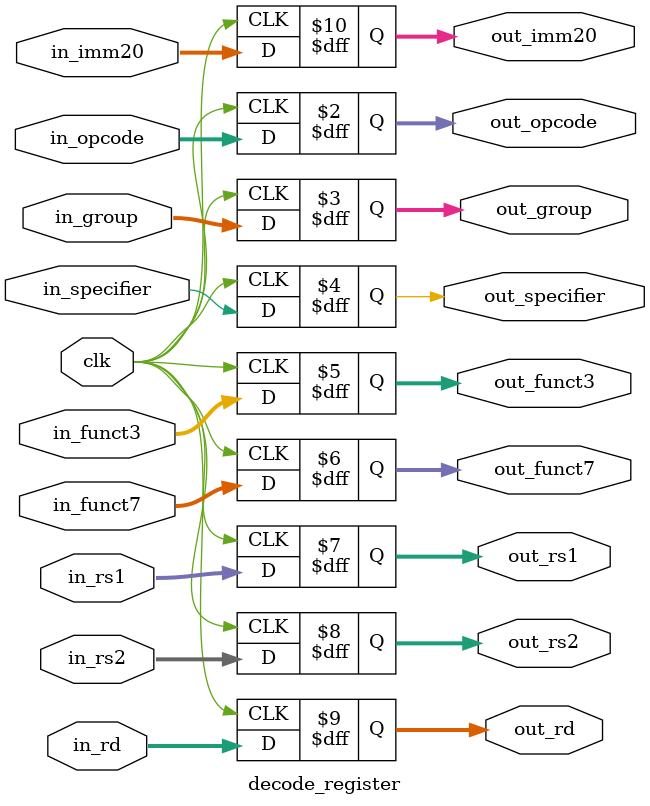
<source format=v>
`timescale 1ns / 1ps
`ifndef DECODE_REGISTER_V
`define DECODE_REGISTER_V

module decode_register(
    input clk,                  // Clock signal to store values
    input [6:0] in_opcode,  // Opcode
    input [1:0] in_group,   // Instruction group
    input in_specifier,     // Specifier bit
    input [2:0] in_funct3,  // Funct3
    input [6:0] in_funct7,  // Funct7
    input [4:0] in_rs1,     // Source register 1
    input [4:0] in_rs2,     // Source register 2
    input [4:0] in_rd,      // Destination register
    input [20:0] in_imm20,
    
    output reg [6:0] out_opcode,
    output reg [1:0] out_group,
    output reg out_specifier,
    output reg [2:0] out_funct3,
    output reg [6:0] out_funct7,
    output reg [4:0] out_rs1,
    output reg [4:0] out_rs2,
    output reg [4:0] out_rd,
    output reg [20:0] out_imm20
);

    always @(posedge clk) begin
        out_opcode   <= in_opcode;
        out_group    <= in_group;
        out_specifier <= in_specifier;
        out_funct3   <= in_funct3;
        out_funct7   <= in_funct7;
        out_rs1      <= in_rs1;
        out_rs2      <= in_rs2;
        out_rd       <= in_rd;
        out_imm20    <= in_imm20;
    end

endmodule

`endif // DECODE_REGISTER_V

</source>
